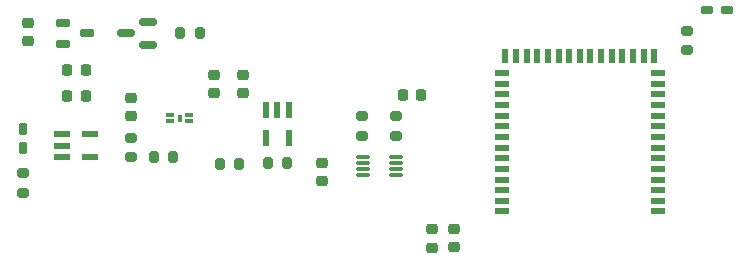
<source format=gbr>
%TF.GenerationSoftware,KiCad,Pcbnew,9.0.1*%
%TF.CreationDate,2025-04-15T21:25:17-04:00*%
%TF.ProjectId,psocpcb,70736f63-7063-4622-9e6b-696361645f70,rev?*%
%TF.SameCoordinates,Original*%
%TF.FileFunction,Paste,Top*%
%TF.FilePolarity,Positive*%
%FSLAX46Y46*%
G04 Gerber Fmt 4.6, Leading zero omitted, Abs format (unit mm)*
G04 Created by KiCad (PCBNEW 9.0.1) date 2025-04-15 21:25:17*
%MOMM*%
%LPD*%
G01*
G04 APERTURE LIST*
G04 Aperture macros list*
%AMRoundRect*
0 Rectangle with rounded corners*
0 $1 Rounding radius*
0 $2 $3 $4 $5 $6 $7 $8 $9 X,Y pos of 4 corners*
0 Add a 4 corners polygon primitive as box body*
4,1,4,$2,$3,$4,$5,$6,$7,$8,$9,$2,$3,0*
0 Add four circle primitives for the rounded corners*
1,1,$1+$1,$2,$3*
1,1,$1+$1,$4,$5*
1,1,$1+$1,$6,$7*
1,1,$1+$1,$8,$9*
0 Add four rect primitives between the rounded corners*
20,1,$1+$1,$2,$3,$4,$5,0*
20,1,$1+$1,$4,$5,$6,$7,0*
20,1,$1+$1,$6,$7,$8,$9,0*
20,1,$1+$1,$8,$9,$2,$3,0*%
G04 Aperture macros list end*
%ADD10C,0.010000*%
%ADD11RoundRect,0.200000X-0.275000X0.200000X-0.275000X-0.200000X0.275000X-0.200000X0.275000X0.200000X0*%
%ADD12RoundRect,0.150000X0.587500X0.150000X-0.587500X0.150000X-0.587500X-0.150000X0.587500X-0.150000X0*%
%ADD13RoundRect,0.225000X-0.225000X-0.250000X0.225000X-0.250000X0.225000X0.250000X-0.225000X0.250000X0*%
%ADD14RoundRect,0.225000X0.250000X-0.225000X0.250000X0.225000X-0.250000X0.225000X-0.250000X-0.225000X0*%
%ADD15RoundRect,0.200000X0.200000X0.275000X-0.200000X0.275000X-0.200000X-0.275000X0.200000X-0.275000X0*%
%ADD16RoundRect,0.225000X-0.250000X0.225000X-0.250000X-0.225000X0.250000X-0.225000X0.250000X0.225000X0*%
%ADD17RoundRect,0.033750X-0.321250X-0.101250X0.321250X-0.101250X0.321250X0.101250X-0.321250X0.101250X0*%
%ADD18RoundRect,0.044250X-0.250750X0.640750X-0.250750X-0.640750X0.250750X-0.640750X0.250750X0.640750X0*%
%ADD19RoundRect,0.086250X-0.383750X-0.258750X0.383750X-0.258750X0.383750X0.258750X-0.383750X0.258750X0*%
%ADD20RoundRect,0.044250X-0.640750X-0.250750X0.640750X-0.250750X0.640750X0.250750X-0.640750X0.250750X0*%
%ADD21RoundRect,0.200000X0.275000X-0.200000X0.275000X0.200000X-0.275000X0.200000X-0.275000X-0.200000X0*%
%ADD22R,1.270000X0.610000*%
%ADD23R,0.610000X1.270000*%
%ADD24RoundRect,0.033750X-0.526250X-0.101250X0.526250X-0.101250X0.526250X0.101250X-0.526250X0.101250X0*%
%ADD25RoundRect,0.045750X-0.544250X-0.259250X0.544250X-0.259250X0.544250X0.259250X-0.544250X0.259250X0*%
%ADD26RoundRect,0.086250X0.258750X-0.383750X0.258750X0.383750X-0.258750X0.383750X-0.258750X-0.383750X0*%
%ADD27RoundRect,0.200000X-0.200000X-0.275000X0.200000X-0.275000X0.200000X0.275000X-0.200000X0.275000X0*%
G04 APERTURE END LIST*
D10*
%TO.C,U4*%
X88260000Y-62920000D02*
X87940000Y-62920000D01*
X87940000Y-62380000D01*
X88260000Y-62380000D01*
X88260000Y-62920000D01*
G36*
X88260000Y-62920000D02*
G01*
X87940000Y-62920000D01*
X87940000Y-62380000D01*
X88260000Y-62380000D01*
X88260000Y-62920000D01*
G37*
%TD*%
D11*
%TO.C,R12*%
X131050000Y-55275000D03*
X131050000Y-56925000D03*
%TD*%
D12*
%TO.C,Q1*%
X85437500Y-56450000D03*
X85437500Y-54550000D03*
X83562500Y-55500000D03*
%TD*%
D13*
%TO.C,C10*%
X78625000Y-58600000D03*
X80175000Y-58600000D03*
%TD*%
D11*
%TO.C,R11*%
X74900000Y-67350000D03*
X74900000Y-69000000D03*
%TD*%
D14*
%TO.C,C18*%
X91050000Y-60575000D03*
X91050000Y-59025000D03*
%TD*%
D15*
%TO.C,R16*%
X93152500Y-66525000D03*
X91502500Y-66525000D03*
%TD*%
%TO.C,R17*%
X89825000Y-55500000D03*
X88175000Y-55500000D03*
%TD*%
D11*
%TO.C,R13*%
X84000000Y-64325000D03*
X84000000Y-65975000D03*
%TD*%
D14*
%TO.C,C9*%
X75250000Y-56125000D03*
X75250000Y-54575000D03*
%TD*%
D15*
%TO.C,R15*%
X97250000Y-66500000D03*
X95600000Y-66500000D03*
%TD*%
D16*
%TO.C,C19*%
X100177500Y-66475000D03*
X100177500Y-68025000D03*
%TD*%
D17*
%TO.C,U4*%
X87305000Y-62400000D03*
X87305000Y-62900000D03*
X88895000Y-62900000D03*
X88895000Y-62400000D03*
%TD*%
D14*
%TO.C,C12*%
X84000000Y-62525000D03*
X84000000Y-60975000D03*
%TD*%
D18*
%TO.C,U6*%
X97347500Y-62000000D03*
X96397500Y-62000000D03*
X95447500Y-62000000D03*
X95447500Y-64350000D03*
X97347500Y-64350000D03*
%TD*%
D19*
%TO.C,D1*%
X134495000Y-53500000D03*
X132805000Y-53500000D03*
%TD*%
D20*
%TO.C,U2*%
X78172906Y-64050000D03*
X78172906Y-65000000D03*
X78172906Y-65950000D03*
X80522906Y-65950000D03*
X80522906Y-64050000D03*
%TD*%
D21*
%TO.C,R2*%
X106450000Y-64150000D03*
X106450000Y-62500000D03*
%TD*%
D22*
%TO.C,U7*%
X115380000Y-70570000D03*
X115380000Y-69670000D03*
X115380000Y-68770000D03*
X115380000Y-67870000D03*
X115380000Y-66960000D03*
X115380000Y-66060000D03*
X115380000Y-65160000D03*
X115380000Y-64260000D03*
X115380000Y-63360000D03*
X115380000Y-62460000D03*
X115380000Y-61550000D03*
X115380000Y-60650000D03*
X115380000Y-59750000D03*
X115380000Y-58850000D03*
D23*
X115690000Y-57380000D03*
X116590000Y-57380000D03*
X117490000Y-57380000D03*
X118390000Y-57380000D03*
X119290000Y-57380000D03*
X120200000Y-57380000D03*
X121100000Y-57380000D03*
X122000000Y-57380000D03*
X122900000Y-57380000D03*
X123800000Y-57380000D03*
X124700000Y-57380000D03*
X125610000Y-57380000D03*
X126510000Y-57380000D03*
X127410000Y-57380000D03*
X128310000Y-57380000D03*
D22*
X128620000Y-58850000D03*
X128620000Y-59750000D03*
X128620000Y-60650000D03*
X128620000Y-61550000D03*
X128620000Y-62460000D03*
X128620000Y-63360000D03*
X128620000Y-64260000D03*
X128620000Y-65160000D03*
X128620000Y-66060000D03*
X128620000Y-66960000D03*
X128620000Y-67870000D03*
X128620000Y-68770000D03*
X128620000Y-69670000D03*
X128620000Y-70570000D03*
%TD*%
D16*
%TO.C,C4*%
X109450000Y-72075000D03*
X109450000Y-73625000D03*
%TD*%
D24*
%TO.C,U5*%
X103637500Y-65975000D03*
X103637500Y-66475000D03*
X103637500Y-66975000D03*
X103637500Y-67475000D03*
X106447500Y-67475000D03*
X106447500Y-66975000D03*
X106447500Y-66475000D03*
X106447500Y-65975000D03*
%TD*%
D14*
%TO.C,C17*%
X93450000Y-60575000D03*
X93450000Y-59025000D03*
%TD*%
D25*
%TO.C,U3*%
X78225000Y-54585000D03*
X78225000Y-56415000D03*
X80275000Y-55500000D03*
%TD*%
D13*
%TO.C,C11*%
X78625000Y-60800000D03*
X80175000Y-60800000D03*
%TD*%
%TO.C,C5*%
X107025000Y-60700000D03*
X108575000Y-60700000D03*
%TD*%
D16*
%TO.C,C3*%
X111350000Y-72050000D03*
X111350000Y-73600000D03*
%TD*%
D21*
%TO.C,R1*%
X103600000Y-64150000D03*
X103600000Y-62500000D03*
%TD*%
D26*
%TO.C,D2*%
X74900000Y-63550000D03*
X74900000Y-65240000D03*
%TD*%
D27*
%TO.C,R14*%
X85925000Y-65975000D03*
X87575000Y-65975000D03*
%TD*%
M02*

</source>
